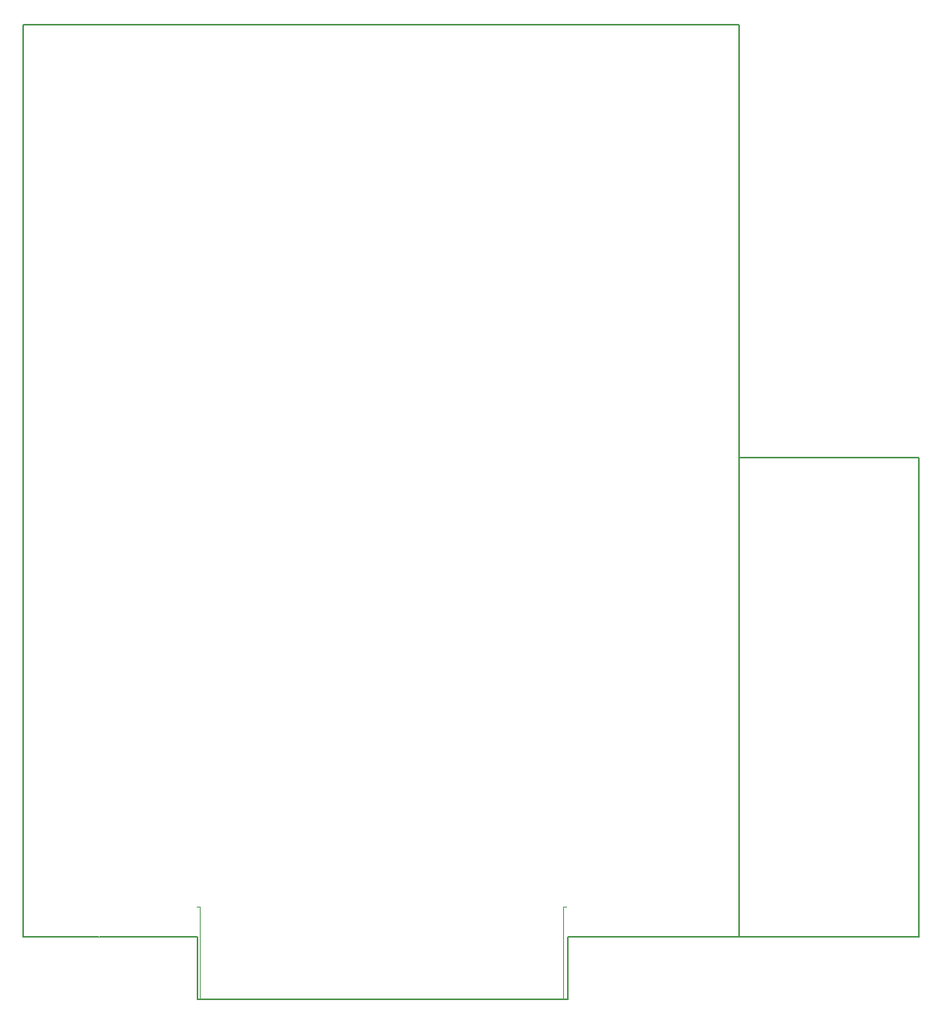
<source format=gbr>
G04 #@! TF.GenerationSoftware,KiCad,Pcbnew,5.0.0*
G04 #@! TF.CreationDate,2018-07-26T20:06:55-05:00*
G04 #@! TF.ProjectId,breakout,627265616B6F75742E6B696361645F70,rev?*
G04 #@! TF.SameCoordinates,Original*
G04 #@! TF.FileFunction,Profile,NP*
%FSLAX46Y46*%
G04 Gerber Fmt 4.6, Leading zero omitted, Abs format (unit mm)*
G04 Created by KiCad (PCBNEW 5.0.0) date Thu Jul 26 20:06:55 2018*
%MOMM*%
%LPD*%
G01*
G04 APERTURE LIST*
%ADD10C,0.150000*%
G04 #@! TA.AperFunction,NonConductor*
%ADD11C,0.120000*%
G04 #@! TD*
G04 APERTURE END LIST*
D10*
X159766000Y-110744000D02*
X159766000Y-110642400D01*
X179527200Y-110744000D02*
X159766000Y-110744000D01*
X179527200Y-163322000D02*
X179527200Y-110744000D01*
X159766000Y-163322000D02*
X179527200Y-163322000D01*
X159766000Y-163322000D02*
X151536400Y-163322000D01*
X159766000Y-63296800D02*
X159766000Y-163322000D01*
X89814400Y-63296800D02*
X159766000Y-63296800D01*
X81229200Y-63296800D02*
X89814400Y-63296800D01*
X81229200Y-163322000D02*
X81229200Y-63296800D01*
X89560400Y-163322000D02*
X81229200Y-163322000D01*
X100330000Y-163322200D02*
X89585800Y-163322200D01*
X100330000Y-170180000D02*
X100330000Y-163322200D01*
X140970000Y-170180000D02*
X100330000Y-170180000D01*
X140970000Y-163322200D02*
X140970000Y-170180000D01*
X151561800Y-163322200D02*
X140970000Y-163322200D01*
X89585800Y-63322200D02*
X151561800Y-63322200D01*
D11*
G04 #@! TO.C,P7*
X100648800Y-170100000D02*
X100648800Y-160100000D01*
X140498800Y-170100000D02*
X140498800Y-160100000D01*
X100323800Y-160100000D02*
X100648800Y-160100000D01*
X140823800Y-160100000D02*
X140498800Y-160100000D01*
X100648800Y-170100000D02*
X140498800Y-170100000D01*
G04 #@! TD*
M02*

</source>
